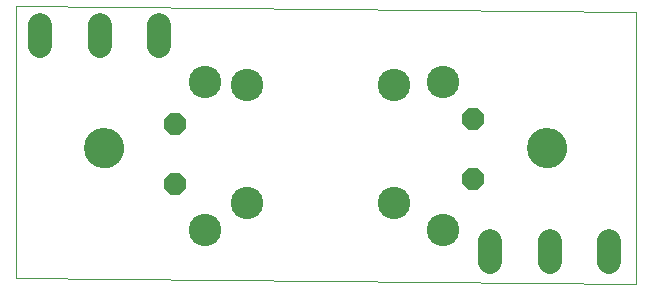
<source format=gts>
G75*
%MOIN*%
%OFA0B0*%
%FSLAX25Y25*%
%IPPOS*%
%LPD*%
%AMOC8*
5,1,8,0,0,1.08239X$1,22.5*
%
%ADD10C,0.00000*%
%ADD11C,0.13398*%
%ADD12C,0.10800*%
%ADD13OC8,0.07100*%
%ADD14C,0.07850*%
D10*
X0002816Y0009005D02*
X0002816Y0099556D01*
X0209509Y0097556D01*
X0209509Y0007005D01*
X0002816Y0009005D01*
X0026044Y0052280D02*
X0026046Y0052438D01*
X0026052Y0052596D01*
X0026062Y0052754D01*
X0026076Y0052912D01*
X0026094Y0053069D01*
X0026115Y0053226D01*
X0026141Y0053382D01*
X0026171Y0053538D01*
X0026204Y0053693D01*
X0026242Y0053846D01*
X0026283Y0053999D01*
X0026328Y0054151D01*
X0026377Y0054302D01*
X0026430Y0054451D01*
X0026486Y0054599D01*
X0026546Y0054745D01*
X0026610Y0054890D01*
X0026678Y0055033D01*
X0026749Y0055175D01*
X0026823Y0055315D01*
X0026901Y0055452D01*
X0026983Y0055588D01*
X0027067Y0055722D01*
X0027156Y0055853D01*
X0027247Y0055982D01*
X0027342Y0056109D01*
X0027439Y0056234D01*
X0027540Y0056356D01*
X0027644Y0056475D01*
X0027751Y0056592D01*
X0027861Y0056706D01*
X0027974Y0056817D01*
X0028089Y0056926D01*
X0028207Y0057031D01*
X0028328Y0057133D01*
X0028451Y0057233D01*
X0028577Y0057329D01*
X0028705Y0057422D01*
X0028835Y0057512D01*
X0028968Y0057598D01*
X0029103Y0057682D01*
X0029239Y0057761D01*
X0029378Y0057838D01*
X0029519Y0057910D01*
X0029661Y0057980D01*
X0029805Y0058045D01*
X0029951Y0058107D01*
X0030098Y0058165D01*
X0030247Y0058220D01*
X0030397Y0058271D01*
X0030548Y0058318D01*
X0030700Y0058361D01*
X0030853Y0058400D01*
X0031008Y0058436D01*
X0031163Y0058467D01*
X0031319Y0058495D01*
X0031475Y0058519D01*
X0031632Y0058539D01*
X0031790Y0058555D01*
X0031947Y0058567D01*
X0032106Y0058575D01*
X0032264Y0058579D01*
X0032422Y0058579D01*
X0032580Y0058575D01*
X0032739Y0058567D01*
X0032896Y0058555D01*
X0033054Y0058539D01*
X0033211Y0058519D01*
X0033367Y0058495D01*
X0033523Y0058467D01*
X0033678Y0058436D01*
X0033833Y0058400D01*
X0033986Y0058361D01*
X0034138Y0058318D01*
X0034289Y0058271D01*
X0034439Y0058220D01*
X0034588Y0058165D01*
X0034735Y0058107D01*
X0034881Y0058045D01*
X0035025Y0057980D01*
X0035167Y0057910D01*
X0035308Y0057838D01*
X0035447Y0057761D01*
X0035583Y0057682D01*
X0035718Y0057598D01*
X0035851Y0057512D01*
X0035981Y0057422D01*
X0036109Y0057329D01*
X0036235Y0057233D01*
X0036358Y0057133D01*
X0036479Y0057031D01*
X0036597Y0056926D01*
X0036712Y0056817D01*
X0036825Y0056706D01*
X0036935Y0056592D01*
X0037042Y0056475D01*
X0037146Y0056356D01*
X0037247Y0056234D01*
X0037344Y0056109D01*
X0037439Y0055982D01*
X0037530Y0055853D01*
X0037619Y0055722D01*
X0037703Y0055588D01*
X0037785Y0055452D01*
X0037863Y0055315D01*
X0037937Y0055175D01*
X0038008Y0055033D01*
X0038076Y0054890D01*
X0038140Y0054745D01*
X0038200Y0054599D01*
X0038256Y0054451D01*
X0038309Y0054302D01*
X0038358Y0054151D01*
X0038403Y0053999D01*
X0038444Y0053846D01*
X0038482Y0053693D01*
X0038515Y0053538D01*
X0038545Y0053382D01*
X0038571Y0053226D01*
X0038592Y0053069D01*
X0038610Y0052912D01*
X0038624Y0052754D01*
X0038634Y0052596D01*
X0038640Y0052438D01*
X0038642Y0052280D01*
X0038640Y0052122D01*
X0038634Y0051964D01*
X0038624Y0051806D01*
X0038610Y0051648D01*
X0038592Y0051491D01*
X0038571Y0051334D01*
X0038545Y0051178D01*
X0038515Y0051022D01*
X0038482Y0050867D01*
X0038444Y0050714D01*
X0038403Y0050561D01*
X0038358Y0050409D01*
X0038309Y0050258D01*
X0038256Y0050109D01*
X0038200Y0049961D01*
X0038140Y0049815D01*
X0038076Y0049670D01*
X0038008Y0049527D01*
X0037937Y0049385D01*
X0037863Y0049245D01*
X0037785Y0049108D01*
X0037703Y0048972D01*
X0037619Y0048838D01*
X0037530Y0048707D01*
X0037439Y0048578D01*
X0037344Y0048451D01*
X0037247Y0048326D01*
X0037146Y0048204D01*
X0037042Y0048085D01*
X0036935Y0047968D01*
X0036825Y0047854D01*
X0036712Y0047743D01*
X0036597Y0047634D01*
X0036479Y0047529D01*
X0036358Y0047427D01*
X0036235Y0047327D01*
X0036109Y0047231D01*
X0035981Y0047138D01*
X0035851Y0047048D01*
X0035718Y0046962D01*
X0035583Y0046878D01*
X0035447Y0046799D01*
X0035308Y0046722D01*
X0035167Y0046650D01*
X0035025Y0046580D01*
X0034881Y0046515D01*
X0034735Y0046453D01*
X0034588Y0046395D01*
X0034439Y0046340D01*
X0034289Y0046289D01*
X0034138Y0046242D01*
X0033986Y0046199D01*
X0033833Y0046160D01*
X0033678Y0046124D01*
X0033523Y0046093D01*
X0033367Y0046065D01*
X0033211Y0046041D01*
X0033054Y0046021D01*
X0032896Y0046005D01*
X0032739Y0045993D01*
X0032580Y0045985D01*
X0032422Y0045981D01*
X0032264Y0045981D01*
X0032106Y0045985D01*
X0031947Y0045993D01*
X0031790Y0046005D01*
X0031632Y0046021D01*
X0031475Y0046041D01*
X0031319Y0046065D01*
X0031163Y0046093D01*
X0031008Y0046124D01*
X0030853Y0046160D01*
X0030700Y0046199D01*
X0030548Y0046242D01*
X0030397Y0046289D01*
X0030247Y0046340D01*
X0030098Y0046395D01*
X0029951Y0046453D01*
X0029805Y0046515D01*
X0029661Y0046580D01*
X0029519Y0046650D01*
X0029378Y0046722D01*
X0029239Y0046799D01*
X0029103Y0046878D01*
X0028968Y0046962D01*
X0028835Y0047048D01*
X0028705Y0047138D01*
X0028577Y0047231D01*
X0028451Y0047327D01*
X0028328Y0047427D01*
X0028207Y0047529D01*
X0028089Y0047634D01*
X0027974Y0047743D01*
X0027861Y0047854D01*
X0027751Y0047968D01*
X0027644Y0048085D01*
X0027540Y0048204D01*
X0027439Y0048326D01*
X0027342Y0048451D01*
X0027247Y0048578D01*
X0027156Y0048707D01*
X0027067Y0048838D01*
X0026983Y0048972D01*
X0026901Y0049108D01*
X0026823Y0049245D01*
X0026749Y0049385D01*
X0026678Y0049527D01*
X0026610Y0049670D01*
X0026546Y0049815D01*
X0026486Y0049961D01*
X0026430Y0050109D01*
X0026377Y0050258D01*
X0026328Y0050409D01*
X0026283Y0050561D01*
X0026242Y0050714D01*
X0026204Y0050867D01*
X0026171Y0051022D01*
X0026141Y0051178D01*
X0026115Y0051334D01*
X0026094Y0051491D01*
X0026076Y0051648D01*
X0026062Y0051806D01*
X0026052Y0051964D01*
X0026046Y0052122D01*
X0026044Y0052280D01*
X0173682Y0052280D02*
X0173684Y0052438D01*
X0173690Y0052596D01*
X0173700Y0052754D01*
X0173714Y0052912D01*
X0173732Y0053069D01*
X0173753Y0053226D01*
X0173779Y0053382D01*
X0173809Y0053538D01*
X0173842Y0053693D01*
X0173880Y0053846D01*
X0173921Y0053999D01*
X0173966Y0054151D01*
X0174015Y0054302D01*
X0174068Y0054451D01*
X0174124Y0054599D01*
X0174184Y0054745D01*
X0174248Y0054890D01*
X0174316Y0055033D01*
X0174387Y0055175D01*
X0174461Y0055315D01*
X0174539Y0055452D01*
X0174621Y0055588D01*
X0174705Y0055722D01*
X0174794Y0055853D01*
X0174885Y0055982D01*
X0174980Y0056109D01*
X0175077Y0056234D01*
X0175178Y0056356D01*
X0175282Y0056475D01*
X0175389Y0056592D01*
X0175499Y0056706D01*
X0175612Y0056817D01*
X0175727Y0056926D01*
X0175845Y0057031D01*
X0175966Y0057133D01*
X0176089Y0057233D01*
X0176215Y0057329D01*
X0176343Y0057422D01*
X0176473Y0057512D01*
X0176606Y0057598D01*
X0176741Y0057682D01*
X0176877Y0057761D01*
X0177016Y0057838D01*
X0177157Y0057910D01*
X0177299Y0057980D01*
X0177443Y0058045D01*
X0177589Y0058107D01*
X0177736Y0058165D01*
X0177885Y0058220D01*
X0178035Y0058271D01*
X0178186Y0058318D01*
X0178338Y0058361D01*
X0178491Y0058400D01*
X0178646Y0058436D01*
X0178801Y0058467D01*
X0178957Y0058495D01*
X0179113Y0058519D01*
X0179270Y0058539D01*
X0179428Y0058555D01*
X0179585Y0058567D01*
X0179744Y0058575D01*
X0179902Y0058579D01*
X0180060Y0058579D01*
X0180218Y0058575D01*
X0180377Y0058567D01*
X0180534Y0058555D01*
X0180692Y0058539D01*
X0180849Y0058519D01*
X0181005Y0058495D01*
X0181161Y0058467D01*
X0181316Y0058436D01*
X0181471Y0058400D01*
X0181624Y0058361D01*
X0181776Y0058318D01*
X0181927Y0058271D01*
X0182077Y0058220D01*
X0182226Y0058165D01*
X0182373Y0058107D01*
X0182519Y0058045D01*
X0182663Y0057980D01*
X0182805Y0057910D01*
X0182946Y0057838D01*
X0183085Y0057761D01*
X0183221Y0057682D01*
X0183356Y0057598D01*
X0183489Y0057512D01*
X0183619Y0057422D01*
X0183747Y0057329D01*
X0183873Y0057233D01*
X0183996Y0057133D01*
X0184117Y0057031D01*
X0184235Y0056926D01*
X0184350Y0056817D01*
X0184463Y0056706D01*
X0184573Y0056592D01*
X0184680Y0056475D01*
X0184784Y0056356D01*
X0184885Y0056234D01*
X0184982Y0056109D01*
X0185077Y0055982D01*
X0185168Y0055853D01*
X0185257Y0055722D01*
X0185341Y0055588D01*
X0185423Y0055452D01*
X0185501Y0055315D01*
X0185575Y0055175D01*
X0185646Y0055033D01*
X0185714Y0054890D01*
X0185778Y0054745D01*
X0185838Y0054599D01*
X0185894Y0054451D01*
X0185947Y0054302D01*
X0185996Y0054151D01*
X0186041Y0053999D01*
X0186082Y0053846D01*
X0186120Y0053693D01*
X0186153Y0053538D01*
X0186183Y0053382D01*
X0186209Y0053226D01*
X0186230Y0053069D01*
X0186248Y0052912D01*
X0186262Y0052754D01*
X0186272Y0052596D01*
X0186278Y0052438D01*
X0186280Y0052280D01*
X0186278Y0052122D01*
X0186272Y0051964D01*
X0186262Y0051806D01*
X0186248Y0051648D01*
X0186230Y0051491D01*
X0186209Y0051334D01*
X0186183Y0051178D01*
X0186153Y0051022D01*
X0186120Y0050867D01*
X0186082Y0050714D01*
X0186041Y0050561D01*
X0185996Y0050409D01*
X0185947Y0050258D01*
X0185894Y0050109D01*
X0185838Y0049961D01*
X0185778Y0049815D01*
X0185714Y0049670D01*
X0185646Y0049527D01*
X0185575Y0049385D01*
X0185501Y0049245D01*
X0185423Y0049108D01*
X0185341Y0048972D01*
X0185257Y0048838D01*
X0185168Y0048707D01*
X0185077Y0048578D01*
X0184982Y0048451D01*
X0184885Y0048326D01*
X0184784Y0048204D01*
X0184680Y0048085D01*
X0184573Y0047968D01*
X0184463Y0047854D01*
X0184350Y0047743D01*
X0184235Y0047634D01*
X0184117Y0047529D01*
X0183996Y0047427D01*
X0183873Y0047327D01*
X0183747Y0047231D01*
X0183619Y0047138D01*
X0183489Y0047048D01*
X0183356Y0046962D01*
X0183221Y0046878D01*
X0183085Y0046799D01*
X0182946Y0046722D01*
X0182805Y0046650D01*
X0182663Y0046580D01*
X0182519Y0046515D01*
X0182373Y0046453D01*
X0182226Y0046395D01*
X0182077Y0046340D01*
X0181927Y0046289D01*
X0181776Y0046242D01*
X0181624Y0046199D01*
X0181471Y0046160D01*
X0181316Y0046124D01*
X0181161Y0046093D01*
X0181005Y0046065D01*
X0180849Y0046041D01*
X0180692Y0046021D01*
X0180534Y0046005D01*
X0180377Y0045993D01*
X0180218Y0045985D01*
X0180060Y0045981D01*
X0179902Y0045981D01*
X0179744Y0045985D01*
X0179585Y0045993D01*
X0179428Y0046005D01*
X0179270Y0046021D01*
X0179113Y0046041D01*
X0178957Y0046065D01*
X0178801Y0046093D01*
X0178646Y0046124D01*
X0178491Y0046160D01*
X0178338Y0046199D01*
X0178186Y0046242D01*
X0178035Y0046289D01*
X0177885Y0046340D01*
X0177736Y0046395D01*
X0177589Y0046453D01*
X0177443Y0046515D01*
X0177299Y0046580D01*
X0177157Y0046650D01*
X0177016Y0046722D01*
X0176877Y0046799D01*
X0176741Y0046878D01*
X0176606Y0046962D01*
X0176473Y0047048D01*
X0176343Y0047138D01*
X0176215Y0047231D01*
X0176089Y0047327D01*
X0175966Y0047427D01*
X0175845Y0047529D01*
X0175727Y0047634D01*
X0175612Y0047743D01*
X0175499Y0047854D01*
X0175389Y0047968D01*
X0175282Y0048085D01*
X0175178Y0048204D01*
X0175077Y0048326D01*
X0174980Y0048451D01*
X0174885Y0048578D01*
X0174794Y0048707D01*
X0174705Y0048838D01*
X0174621Y0048972D01*
X0174539Y0049108D01*
X0174461Y0049245D01*
X0174387Y0049385D01*
X0174316Y0049527D01*
X0174248Y0049670D01*
X0174184Y0049815D01*
X0174124Y0049961D01*
X0174068Y0050109D01*
X0174015Y0050258D01*
X0173966Y0050409D01*
X0173921Y0050561D01*
X0173880Y0050714D01*
X0173842Y0050867D01*
X0173809Y0051022D01*
X0173779Y0051178D01*
X0173753Y0051334D01*
X0173732Y0051491D01*
X0173714Y0051648D01*
X0173700Y0051806D01*
X0173690Y0051964D01*
X0173684Y0052122D01*
X0173682Y0052280D01*
D11*
X0179981Y0052280D03*
X0032343Y0052280D03*
D12*
X0066123Y0074209D03*
X0079863Y0073304D03*
X0129076Y0073304D03*
X0145257Y0074209D03*
X0129076Y0033934D03*
X0145257Y0024997D03*
X0079863Y0033934D03*
X0066123Y0024997D03*
D13*
X0055965Y0040312D03*
X0055965Y0060312D03*
X0155178Y0062044D03*
X0155178Y0042044D03*
D14*
X0161131Y0021325D02*
X0161131Y0014275D01*
X0180816Y0014275D02*
X0180816Y0021325D01*
X0200501Y0021325D02*
X0200501Y0014275D01*
X0050501Y0086432D02*
X0050501Y0093482D01*
X0030816Y0093482D02*
X0030816Y0086432D01*
X0011131Y0086432D02*
X0011131Y0093482D01*
M02*

</source>
